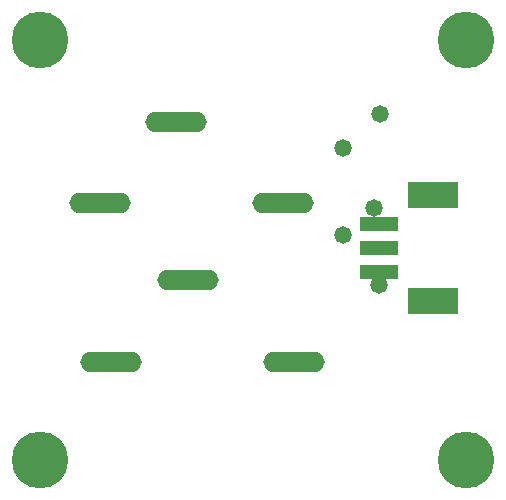
<source format=gts>
G04*
G04 #@! TF.GenerationSoftware,Altium Limited,Altium Designer,19.0.14 (431)*
G04*
G04 Layer_Color=8388736*
%FSLAX25Y25*%
%MOIN*%
G70*
G01*
G75*
%ADD13R,0.12611X0.04737*%
%ADD14R,0.16548X0.08674*%
%ADD15O,0.20485X0.06706*%
%ADD16C,0.18910*%
%ADD17C,0.05800*%
D13*
X42145Y591D02*
D03*
Y8465D02*
D03*
Y-7283D02*
D03*
D14*
X59862Y18308D02*
D03*
Y-17126D02*
D03*
D15*
X-25591Y42639D02*
D03*
X9843Y15473D02*
D03*
X-51181D02*
D03*
X-21654Y-10118D02*
D03*
X13780Y-37284D02*
D03*
X-47244D02*
D03*
D16*
X-70874Y69990D02*
D03*
X70872D02*
D03*
Y-69988D02*
D03*
X-70874D02*
D03*
D17*
X42429Y45268D02*
D03*
X42035Y-11716D02*
D03*
X40362Y13874D02*
D03*
X29862Y4874D02*
D03*
Y33850D02*
D03*
M02*

</source>
